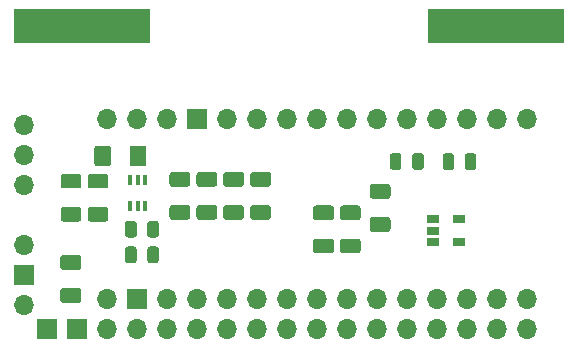
<source format=gbr>
G04 #@! TF.GenerationSoftware,KiCad,Pcbnew,5.1.5+dfsg1-2build2*
G04 #@! TF.CreationDate,2021-06-15T05:03:55+02:00*
G04 #@! TF.ProjectId,circuit9,63697263-7569-4743-992e-6b696361645f,rev?*
G04 #@! TF.SameCoordinates,Original*
G04 #@! TF.FileFunction,Soldermask,Top*
G04 #@! TF.FilePolarity,Negative*
%FSLAX46Y46*%
G04 Gerber Fmt 4.6, Leading zero omitted, Abs format (unit mm)*
G04 Created by KiCad (PCBNEW 5.1.5+dfsg1-2build2) date 2021-06-15 05:03:55*
%MOMM*%
%LPD*%
G04 APERTURE LIST*
%ADD10O,1.700000X1.700000*%
%ADD11R,1.700000X1.700000*%
%ADD12C,0.100000*%
%ADD13R,6.000000X3.000000*%
%ADD14R,0.400000X0.900000*%
%ADD15R,1.060000X0.650000*%
G04 APERTURE END LIST*
D10*
X67056000Y-50457100D03*
X64516000Y-50457100D03*
X61976000Y-50457100D03*
X59436000Y-50457100D03*
X56896000Y-50457100D03*
X54356000Y-50457100D03*
X51816000Y-50457100D03*
X49276000Y-50457100D03*
X46736000Y-50457100D03*
X44196000Y-50457100D03*
X41656000Y-50457100D03*
X39116000Y-50457100D03*
X36576000Y-50457100D03*
D11*
X34036000Y-50457100D03*
D10*
X31496000Y-50457100D03*
X67056000Y-35217100D03*
X64516000Y-35217100D03*
X61976000Y-35217100D03*
X59436000Y-35217100D03*
X56896000Y-35217100D03*
X54356000Y-35217100D03*
X51816000Y-35217100D03*
X49276000Y-35217100D03*
X46736000Y-35217100D03*
X44196000Y-35217100D03*
X41656000Y-35217100D03*
D11*
X39116000Y-35217100D03*
D10*
X36576000Y-35217100D03*
X34036000Y-35217100D03*
X31496000Y-35217100D03*
D12*
G36*
X60683842Y-38137774D02*
G01*
X60707503Y-38141284D01*
X60730707Y-38147096D01*
X60753229Y-38155154D01*
X60774853Y-38165382D01*
X60795370Y-38177679D01*
X60814583Y-38191929D01*
X60832307Y-38207993D01*
X60848371Y-38225717D01*
X60862621Y-38244930D01*
X60874918Y-38265447D01*
X60885146Y-38287071D01*
X60893204Y-38309593D01*
X60899016Y-38332797D01*
X60902526Y-38356458D01*
X60903700Y-38380350D01*
X60903700Y-39292850D01*
X60902526Y-39316742D01*
X60899016Y-39340403D01*
X60893204Y-39363607D01*
X60885146Y-39386129D01*
X60874918Y-39407753D01*
X60862621Y-39428270D01*
X60848371Y-39447483D01*
X60832307Y-39465207D01*
X60814583Y-39481271D01*
X60795370Y-39495521D01*
X60774853Y-39507818D01*
X60753229Y-39518046D01*
X60730707Y-39526104D01*
X60707503Y-39531916D01*
X60683842Y-39535426D01*
X60659950Y-39536600D01*
X60172450Y-39536600D01*
X60148558Y-39535426D01*
X60124897Y-39531916D01*
X60101693Y-39526104D01*
X60079171Y-39518046D01*
X60057547Y-39507818D01*
X60037030Y-39495521D01*
X60017817Y-39481271D01*
X60000093Y-39465207D01*
X59984029Y-39447483D01*
X59969779Y-39428270D01*
X59957482Y-39407753D01*
X59947254Y-39386129D01*
X59939196Y-39363607D01*
X59933384Y-39340403D01*
X59929874Y-39316742D01*
X59928700Y-39292850D01*
X59928700Y-38380350D01*
X59929874Y-38356458D01*
X59933384Y-38332797D01*
X59939196Y-38309593D01*
X59947254Y-38287071D01*
X59957482Y-38265447D01*
X59969779Y-38244930D01*
X59984029Y-38225717D01*
X60000093Y-38207993D01*
X60017817Y-38191929D01*
X60037030Y-38177679D01*
X60057547Y-38165382D01*
X60079171Y-38155154D01*
X60101693Y-38147096D01*
X60124897Y-38141284D01*
X60148558Y-38137774D01*
X60172450Y-38136600D01*
X60659950Y-38136600D01*
X60683842Y-38137774D01*
G37*
G36*
X62558842Y-38137774D02*
G01*
X62582503Y-38141284D01*
X62605707Y-38147096D01*
X62628229Y-38155154D01*
X62649853Y-38165382D01*
X62670370Y-38177679D01*
X62689583Y-38191929D01*
X62707307Y-38207993D01*
X62723371Y-38225717D01*
X62737621Y-38244930D01*
X62749918Y-38265447D01*
X62760146Y-38287071D01*
X62768204Y-38309593D01*
X62774016Y-38332797D01*
X62777526Y-38356458D01*
X62778700Y-38380350D01*
X62778700Y-39292850D01*
X62777526Y-39316742D01*
X62774016Y-39340403D01*
X62768204Y-39363607D01*
X62760146Y-39386129D01*
X62749918Y-39407753D01*
X62737621Y-39428270D01*
X62723371Y-39447483D01*
X62707307Y-39465207D01*
X62689583Y-39481271D01*
X62670370Y-39495521D01*
X62649853Y-39507818D01*
X62628229Y-39518046D01*
X62605707Y-39526104D01*
X62582503Y-39531916D01*
X62558842Y-39535426D01*
X62534950Y-39536600D01*
X62047450Y-39536600D01*
X62023558Y-39535426D01*
X61999897Y-39531916D01*
X61976693Y-39526104D01*
X61954171Y-39518046D01*
X61932547Y-39507818D01*
X61912030Y-39495521D01*
X61892817Y-39481271D01*
X61875093Y-39465207D01*
X61859029Y-39447483D01*
X61844779Y-39428270D01*
X61832482Y-39407753D01*
X61822254Y-39386129D01*
X61814196Y-39363607D01*
X61808384Y-39340403D01*
X61804874Y-39316742D01*
X61803700Y-39292850D01*
X61803700Y-38380350D01*
X61804874Y-38356458D01*
X61808384Y-38332797D01*
X61814196Y-38309593D01*
X61822254Y-38287071D01*
X61832482Y-38265447D01*
X61844779Y-38244930D01*
X61859029Y-38225717D01*
X61875093Y-38207993D01*
X61892817Y-38191929D01*
X61912030Y-38177679D01*
X61932547Y-38165382D01*
X61954171Y-38155154D01*
X61976693Y-38147096D01*
X61999897Y-38141284D01*
X62023558Y-38137774D01*
X62047450Y-38136600D01*
X62534950Y-38136600D01*
X62558842Y-38137774D01*
G37*
D13*
X61624400Y-27355800D03*
X32224400Y-27355800D03*
X67224400Y-27355800D03*
X26624400Y-27355800D03*
D12*
G36*
X33810642Y-46024474D02*
G01*
X33834303Y-46027984D01*
X33857507Y-46033796D01*
X33880029Y-46041854D01*
X33901653Y-46052082D01*
X33922170Y-46064379D01*
X33941383Y-46078629D01*
X33959107Y-46094693D01*
X33975171Y-46112417D01*
X33989421Y-46131630D01*
X34001718Y-46152147D01*
X34011946Y-46173771D01*
X34020004Y-46196293D01*
X34025816Y-46219497D01*
X34029326Y-46243158D01*
X34030500Y-46267050D01*
X34030500Y-47179550D01*
X34029326Y-47203442D01*
X34025816Y-47227103D01*
X34020004Y-47250307D01*
X34011946Y-47272829D01*
X34001718Y-47294453D01*
X33989421Y-47314970D01*
X33975171Y-47334183D01*
X33959107Y-47351907D01*
X33941383Y-47367971D01*
X33922170Y-47382221D01*
X33901653Y-47394518D01*
X33880029Y-47404746D01*
X33857507Y-47412804D01*
X33834303Y-47418616D01*
X33810642Y-47422126D01*
X33786750Y-47423300D01*
X33299250Y-47423300D01*
X33275358Y-47422126D01*
X33251697Y-47418616D01*
X33228493Y-47412804D01*
X33205971Y-47404746D01*
X33184347Y-47394518D01*
X33163830Y-47382221D01*
X33144617Y-47367971D01*
X33126893Y-47351907D01*
X33110829Y-47334183D01*
X33096579Y-47314970D01*
X33084282Y-47294453D01*
X33074054Y-47272829D01*
X33065996Y-47250307D01*
X33060184Y-47227103D01*
X33056674Y-47203442D01*
X33055500Y-47179550D01*
X33055500Y-46267050D01*
X33056674Y-46243158D01*
X33060184Y-46219497D01*
X33065996Y-46196293D01*
X33074054Y-46173771D01*
X33084282Y-46152147D01*
X33096579Y-46131630D01*
X33110829Y-46112417D01*
X33126893Y-46094693D01*
X33144617Y-46078629D01*
X33163830Y-46064379D01*
X33184347Y-46052082D01*
X33205971Y-46041854D01*
X33228493Y-46033796D01*
X33251697Y-46027984D01*
X33275358Y-46024474D01*
X33299250Y-46023300D01*
X33786750Y-46023300D01*
X33810642Y-46024474D01*
G37*
G36*
X35685642Y-46024474D02*
G01*
X35709303Y-46027984D01*
X35732507Y-46033796D01*
X35755029Y-46041854D01*
X35776653Y-46052082D01*
X35797170Y-46064379D01*
X35816383Y-46078629D01*
X35834107Y-46094693D01*
X35850171Y-46112417D01*
X35864421Y-46131630D01*
X35876718Y-46152147D01*
X35886946Y-46173771D01*
X35895004Y-46196293D01*
X35900816Y-46219497D01*
X35904326Y-46243158D01*
X35905500Y-46267050D01*
X35905500Y-47179550D01*
X35904326Y-47203442D01*
X35900816Y-47227103D01*
X35895004Y-47250307D01*
X35886946Y-47272829D01*
X35876718Y-47294453D01*
X35864421Y-47314970D01*
X35850171Y-47334183D01*
X35834107Y-47351907D01*
X35816383Y-47367971D01*
X35797170Y-47382221D01*
X35776653Y-47394518D01*
X35755029Y-47404746D01*
X35732507Y-47412804D01*
X35709303Y-47418616D01*
X35685642Y-47422126D01*
X35661750Y-47423300D01*
X35174250Y-47423300D01*
X35150358Y-47422126D01*
X35126697Y-47418616D01*
X35103493Y-47412804D01*
X35080971Y-47404746D01*
X35059347Y-47394518D01*
X35038830Y-47382221D01*
X35019617Y-47367971D01*
X35001893Y-47351907D01*
X34985829Y-47334183D01*
X34971579Y-47314970D01*
X34959282Y-47294453D01*
X34949054Y-47272829D01*
X34940996Y-47250307D01*
X34935184Y-47227103D01*
X34931674Y-47203442D01*
X34930500Y-47179550D01*
X34930500Y-46267050D01*
X34931674Y-46243158D01*
X34935184Y-46219497D01*
X34940996Y-46196293D01*
X34949054Y-46173771D01*
X34959282Y-46152147D01*
X34971579Y-46131630D01*
X34985829Y-46112417D01*
X35001893Y-46094693D01*
X35019617Y-46078629D01*
X35038830Y-46064379D01*
X35059347Y-46052082D01*
X35080971Y-46041854D01*
X35103493Y-46033796D01*
X35126697Y-46027984D01*
X35150358Y-46024474D01*
X35174250Y-46023300D01*
X35661750Y-46023300D01*
X35685642Y-46024474D01*
G37*
G36*
X33810642Y-43865474D02*
G01*
X33834303Y-43868984D01*
X33857507Y-43874796D01*
X33880029Y-43882854D01*
X33901653Y-43893082D01*
X33922170Y-43905379D01*
X33941383Y-43919629D01*
X33959107Y-43935693D01*
X33975171Y-43953417D01*
X33989421Y-43972630D01*
X34001718Y-43993147D01*
X34011946Y-44014771D01*
X34020004Y-44037293D01*
X34025816Y-44060497D01*
X34029326Y-44084158D01*
X34030500Y-44108050D01*
X34030500Y-45020550D01*
X34029326Y-45044442D01*
X34025816Y-45068103D01*
X34020004Y-45091307D01*
X34011946Y-45113829D01*
X34001718Y-45135453D01*
X33989421Y-45155970D01*
X33975171Y-45175183D01*
X33959107Y-45192907D01*
X33941383Y-45208971D01*
X33922170Y-45223221D01*
X33901653Y-45235518D01*
X33880029Y-45245746D01*
X33857507Y-45253804D01*
X33834303Y-45259616D01*
X33810642Y-45263126D01*
X33786750Y-45264300D01*
X33299250Y-45264300D01*
X33275358Y-45263126D01*
X33251697Y-45259616D01*
X33228493Y-45253804D01*
X33205971Y-45245746D01*
X33184347Y-45235518D01*
X33163830Y-45223221D01*
X33144617Y-45208971D01*
X33126893Y-45192907D01*
X33110829Y-45175183D01*
X33096579Y-45155970D01*
X33084282Y-45135453D01*
X33074054Y-45113829D01*
X33065996Y-45091307D01*
X33060184Y-45068103D01*
X33056674Y-45044442D01*
X33055500Y-45020550D01*
X33055500Y-44108050D01*
X33056674Y-44084158D01*
X33060184Y-44060497D01*
X33065996Y-44037293D01*
X33074054Y-44014771D01*
X33084282Y-43993147D01*
X33096579Y-43972630D01*
X33110829Y-43953417D01*
X33126893Y-43935693D01*
X33144617Y-43919629D01*
X33163830Y-43905379D01*
X33184347Y-43893082D01*
X33205971Y-43882854D01*
X33228493Y-43874796D01*
X33251697Y-43868984D01*
X33275358Y-43865474D01*
X33299250Y-43864300D01*
X33786750Y-43864300D01*
X33810642Y-43865474D01*
G37*
G36*
X35685642Y-43865474D02*
G01*
X35709303Y-43868984D01*
X35732507Y-43874796D01*
X35755029Y-43882854D01*
X35776653Y-43893082D01*
X35797170Y-43905379D01*
X35816383Y-43919629D01*
X35834107Y-43935693D01*
X35850171Y-43953417D01*
X35864421Y-43972630D01*
X35876718Y-43993147D01*
X35886946Y-44014771D01*
X35895004Y-44037293D01*
X35900816Y-44060497D01*
X35904326Y-44084158D01*
X35905500Y-44108050D01*
X35905500Y-45020550D01*
X35904326Y-45044442D01*
X35900816Y-45068103D01*
X35895004Y-45091307D01*
X35886946Y-45113829D01*
X35876718Y-45135453D01*
X35864421Y-45155970D01*
X35850171Y-45175183D01*
X35834107Y-45192907D01*
X35816383Y-45208971D01*
X35797170Y-45223221D01*
X35776653Y-45235518D01*
X35755029Y-45245746D01*
X35732507Y-45253804D01*
X35709303Y-45259616D01*
X35685642Y-45263126D01*
X35661750Y-45264300D01*
X35174250Y-45264300D01*
X35150358Y-45263126D01*
X35126697Y-45259616D01*
X35103493Y-45253804D01*
X35080971Y-45245746D01*
X35059347Y-45235518D01*
X35038830Y-45223221D01*
X35019617Y-45208971D01*
X35001893Y-45192907D01*
X34985829Y-45175183D01*
X34971579Y-45155970D01*
X34959282Y-45135453D01*
X34949054Y-45113829D01*
X34940996Y-45091307D01*
X34935184Y-45068103D01*
X34931674Y-45044442D01*
X34930500Y-45020550D01*
X34930500Y-44108050D01*
X34931674Y-44084158D01*
X34935184Y-44060497D01*
X34940996Y-44037293D01*
X34949054Y-44014771D01*
X34959282Y-43993147D01*
X34971579Y-43972630D01*
X34985829Y-43953417D01*
X35001893Y-43935693D01*
X35019617Y-43919629D01*
X35038830Y-43905379D01*
X35059347Y-43893082D01*
X35080971Y-43882854D01*
X35103493Y-43874796D01*
X35126697Y-43868984D01*
X35150358Y-43865474D01*
X35174250Y-43864300D01*
X35661750Y-43864300D01*
X35685642Y-43865474D01*
G37*
G36*
X58101142Y-38125074D02*
G01*
X58124803Y-38128584D01*
X58148007Y-38134396D01*
X58170529Y-38142454D01*
X58192153Y-38152682D01*
X58212670Y-38164979D01*
X58231883Y-38179229D01*
X58249607Y-38195293D01*
X58265671Y-38213017D01*
X58279921Y-38232230D01*
X58292218Y-38252747D01*
X58302446Y-38274371D01*
X58310504Y-38296893D01*
X58316316Y-38320097D01*
X58319826Y-38343758D01*
X58321000Y-38367650D01*
X58321000Y-39280150D01*
X58319826Y-39304042D01*
X58316316Y-39327703D01*
X58310504Y-39350907D01*
X58302446Y-39373429D01*
X58292218Y-39395053D01*
X58279921Y-39415570D01*
X58265671Y-39434783D01*
X58249607Y-39452507D01*
X58231883Y-39468571D01*
X58212670Y-39482821D01*
X58192153Y-39495118D01*
X58170529Y-39505346D01*
X58148007Y-39513404D01*
X58124803Y-39519216D01*
X58101142Y-39522726D01*
X58077250Y-39523900D01*
X57589750Y-39523900D01*
X57565858Y-39522726D01*
X57542197Y-39519216D01*
X57518993Y-39513404D01*
X57496471Y-39505346D01*
X57474847Y-39495118D01*
X57454330Y-39482821D01*
X57435117Y-39468571D01*
X57417393Y-39452507D01*
X57401329Y-39434783D01*
X57387079Y-39415570D01*
X57374782Y-39395053D01*
X57364554Y-39373429D01*
X57356496Y-39350907D01*
X57350684Y-39327703D01*
X57347174Y-39304042D01*
X57346000Y-39280150D01*
X57346000Y-38367650D01*
X57347174Y-38343758D01*
X57350684Y-38320097D01*
X57356496Y-38296893D01*
X57364554Y-38274371D01*
X57374782Y-38252747D01*
X57387079Y-38232230D01*
X57401329Y-38213017D01*
X57417393Y-38195293D01*
X57435117Y-38179229D01*
X57454330Y-38164979D01*
X57474847Y-38152682D01*
X57496471Y-38142454D01*
X57518993Y-38134396D01*
X57542197Y-38128584D01*
X57565858Y-38125074D01*
X57589750Y-38123900D01*
X58077250Y-38123900D01*
X58101142Y-38125074D01*
G37*
G36*
X56226142Y-38125074D02*
G01*
X56249803Y-38128584D01*
X56273007Y-38134396D01*
X56295529Y-38142454D01*
X56317153Y-38152682D01*
X56337670Y-38164979D01*
X56356883Y-38179229D01*
X56374607Y-38195293D01*
X56390671Y-38213017D01*
X56404921Y-38232230D01*
X56417218Y-38252747D01*
X56427446Y-38274371D01*
X56435504Y-38296893D01*
X56441316Y-38320097D01*
X56444826Y-38343758D01*
X56446000Y-38367650D01*
X56446000Y-39280150D01*
X56444826Y-39304042D01*
X56441316Y-39327703D01*
X56435504Y-39350907D01*
X56427446Y-39373429D01*
X56417218Y-39395053D01*
X56404921Y-39415570D01*
X56390671Y-39434783D01*
X56374607Y-39452507D01*
X56356883Y-39468571D01*
X56337670Y-39482821D01*
X56317153Y-39495118D01*
X56295529Y-39505346D01*
X56273007Y-39513404D01*
X56249803Y-39519216D01*
X56226142Y-39522726D01*
X56202250Y-39523900D01*
X55714750Y-39523900D01*
X55690858Y-39522726D01*
X55667197Y-39519216D01*
X55643993Y-39513404D01*
X55621471Y-39505346D01*
X55599847Y-39495118D01*
X55579330Y-39482821D01*
X55560117Y-39468571D01*
X55542393Y-39452507D01*
X55526329Y-39434783D01*
X55512079Y-39415570D01*
X55499782Y-39395053D01*
X55489554Y-39373429D01*
X55481496Y-39350907D01*
X55475684Y-39327703D01*
X55472174Y-39304042D01*
X55471000Y-39280150D01*
X55471000Y-38367650D01*
X55472174Y-38343758D01*
X55475684Y-38320097D01*
X55481496Y-38296893D01*
X55489554Y-38274371D01*
X55499782Y-38252747D01*
X55512079Y-38232230D01*
X55526329Y-38213017D01*
X55542393Y-38195293D01*
X55560117Y-38179229D01*
X55579330Y-38164979D01*
X55599847Y-38152682D01*
X55621471Y-38142454D01*
X55643993Y-38134396D01*
X55667197Y-38128584D01*
X55690858Y-38125074D01*
X55714750Y-38123900D01*
X56202250Y-38123900D01*
X56226142Y-38125074D01*
G37*
D10*
X24521160Y-40815260D03*
X24521160Y-38275260D03*
X24521160Y-35735260D03*
D14*
X33474900Y-42603600D03*
X34774900Y-42603600D03*
X34124900Y-40403600D03*
X34124900Y-42603600D03*
X34774900Y-40403600D03*
X33474900Y-40403600D03*
D15*
X59098000Y-43728600D03*
X59098000Y-44678600D03*
X59098000Y-45628600D03*
X61298000Y-45628600D03*
X61298000Y-43728600D03*
D12*
G36*
X29122904Y-39860804D02*
G01*
X29147173Y-39864404D01*
X29170971Y-39870365D01*
X29194071Y-39878630D01*
X29216249Y-39889120D01*
X29237293Y-39901733D01*
X29256998Y-39916347D01*
X29275177Y-39932823D01*
X29291653Y-39951002D01*
X29306267Y-39970707D01*
X29318880Y-39991751D01*
X29329370Y-40013929D01*
X29337635Y-40037029D01*
X29343596Y-40060827D01*
X29347196Y-40085096D01*
X29348400Y-40109600D01*
X29348400Y-40859600D01*
X29347196Y-40884104D01*
X29343596Y-40908373D01*
X29337635Y-40932171D01*
X29329370Y-40955271D01*
X29318880Y-40977449D01*
X29306267Y-40998493D01*
X29291653Y-41018198D01*
X29275177Y-41036377D01*
X29256998Y-41052853D01*
X29237293Y-41067467D01*
X29216249Y-41080080D01*
X29194071Y-41090570D01*
X29170971Y-41098835D01*
X29147173Y-41104796D01*
X29122904Y-41108396D01*
X29098400Y-41109600D01*
X27848400Y-41109600D01*
X27823896Y-41108396D01*
X27799627Y-41104796D01*
X27775829Y-41098835D01*
X27752729Y-41090570D01*
X27730551Y-41080080D01*
X27709507Y-41067467D01*
X27689802Y-41052853D01*
X27671623Y-41036377D01*
X27655147Y-41018198D01*
X27640533Y-40998493D01*
X27627920Y-40977449D01*
X27617430Y-40955271D01*
X27609165Y-40932171D01*
X27603204Y-40908373D01*
X27599604Y-40884104D01*
X27598400Y-40859600D01*
X27598400Y-40109600D01*
X27599604Y-40085096D01*
X27603204Y-40060827D01*
X27609165Y-40037029D01*
X27617430Y-40013929D01*
X27627920Y-39991751D01*
X27640533Y-39970707D01*
X27655147Y-39951002D01*
X27671623Y-39932823D01*
X27689802Y-39916347D01*
X27709507Y-39901733D01*
X27730551Y-39889120D01*
X27752729Y-39878630D01*
X27775829Y-39870365D01*
X27799627Y-39864404D01*
X27823896Y-39860804D01*
X27848400Y-39859600D01*
X29098400Y-39859600D01*
X29122904Y-39860804D01*
G37*
G36*
X29122904Y-42660804D02*
G01*
X29147173Y-42664404D01*
X29170971Y-42670365D01*
X29194071Y-42678630D01*
X29216249Y-42689120D01*
X29237293Y-42701733D01*
X29256998Y-42716347D01*
X29275177Y-42732823D01*
X29291653Y-42751002D01*
X29306267Y-42770707D01*
X29318880Y-42791751D01*
X29329370Y-42813929D01*
X29337635Y-42837029D01*
X29343596Y-42860827D01*
X29347196Y-42885096D01*
X29348400Y-42909600D01*
X29348400Y-43659600D01*
X29347196Y-43684104D01*
X29343596Y-43708373D01*
X29337635Y-43732171D01*
X29329370Y-43755271D01*
X29318880Y-43777449D01*
X29306267Y-43798493D01*
X29291653Y-43818198D01*
X29275177Y-43836377D01*
X29256998Y-43852853D01*
X29237293Y-43867467D01*
X29216249Y-43880080D01*
X29194071Y-43890570D01*
X29170971Y-43898835D01*
X29147173Y-43904796D01*
X29122904Y-43908396D01*
X29098400Y-43909600D01*
X27848400Y-43909600D01*
X27823896Y-43908396D01*
X27799627Y-43904796D01*
X27775829Y-43898835D01*
X27752729Y-43890570D01*
X27730551Y-43880080D01*
X27709507Y-43867467D01*
X27689802Y-43852853D01*
X27671623Y-43836377D01*
X27655147Y-43818198D01*
X27640533Y-43798493D01*
X27627920Y-43777449D01*
X27617430Y-43755271D01*
X27609165Y-43732171D01*
X27603204Y-43708373D01*
X27599604Y-43684104D01*
X27598400Y-43659600D01*
X27598400Y-42909600D01*
X27599604Y-42885096D01*
X27603204Y-42860827D01*
X27609165Y-42837029D01*
X27617430Y-42813929D01*
X27627920Y-42791751D01*
X27640533Y-42770707D01*
X27655147Y-42751002D01*
X27671623Y-42732823D01*
X27689802Y-42716347D01*
X27709507Y-42701733D01*
X27730551Y-42689120D01*
X27752729Y-42678630D01*
X27775829Y-42670365D01*
X27799627Y-42664404D01*
X27823896Y-42660804D01*
X27848400Y-42659600D01*
X29098400Y-42659600D01*
X29122904Y-42660804D01*
G37*
G36*
X31408904Y-42660804D02*
G01*
X31433173Y-42664404D01*
X31456971Y-42670365D01*
X31480071Y-42678630D01*
X31502249Y-42689120D01*
X31523293Y-42701733D01*
X31542998Y-42716347D01*
X31561177Y-42732823D01*
X31577653Y-42751002D01*
X31592267Y-42770707D01*
X31604880Y-42791751D01*
X31615370Y-42813929D01*
X31623635Y-42837029D01*
X31629596Y-42860827D01*
X31633196Y-42885096D01*
X31634400Y-42909600D01*
X31634400Y-43659600D01*
X31633196Y-43684104D01*
X31629596Y-43708373D01*
X31623635Y-43732171D01*
X31615370Y-43755271D01*
X31604880Y-43777449D01*
X31592267Y-43798493D01*
X31577653Y-43818198D01*
X31561177Y-43836377D01*
X31542998Y-43852853D01*
X31523293Y-43867467D01*
X31502249Y-43880080D01*
X31480071Y-43890570D01*
X31456971Y-43898835D01*
X31433173Y-43904796D01*
X31408904Y-43908396D01*
X31384400Y-43909600D01*
X30134400Y-43909600D01*
X30109896Y-43908396D01*
X30085627Y-43904796D01*
X30061829Y-43898835D01*
X30038729Y-43890570D01*
X30016551Y-43880080D01*
X29995507Y-43867467D01*
X29975802Y-43852853D01*
X29957623Y-43836377D01*
X29941147Y-43818198D01*
X29926533Y-43798493D01*
X29913920Y-43777449D01*
X29903430Y-43755271D01*
X29895165Y-43732171D01*
X29889204Y-43708373D01*
X29885604Y-43684104D01*
X29884400Y-43659600D01*
X29884400Y-42909600D01*
X29885604Y-42885096D01*
X29889204Y-42860827D01*
X29895165Y-42837029D01*
X29903430Y-42813929D01*
X29913920Y-42791751D01*
X29926533Y-42770707D01*
X29941147Y-42751002D01*
X29957623Y-42732823D01*
X29975802Y-42716347D01*
X29995507Y-42701733D01*
X30016551Y-42689120D01*
X30038729Y-42678630D01*
X30061829Y-42670365D01*
X30085627Y-42664404D01*
X30109896Y-42660804D01*
X30134400Y-42659600D01*
X31384400Y-42659600D01*
X31408904Y-42660804D01*
G37*
G36*
X31408904Y-39860804D02*
G01*
X31433173Y-39864404D01*
X31456971Y-39870365D01*
X31480071Y-39878630D01*
X31502249Y-39889120D01*
X31523293Y-39901733D01*
X31542998Y-39916347D01*
X31561177Y-39932823D01*
X31577653Y-39951002D01*
X31592267Y-39970707D01*
X31604880Y-39991751D01*
X31615370Y-40013929D01*
X31623635Y-40037029D01*
X31629596Y-40060827D01*
X31633196Y-40085096D01*
X31634400Y-40109600D01*
X31634400Y-40859600D01*
X31633196Y-40884104D01*
X31629596Y-40908373D01*
X31623635Y-40932171D01*
X31615370Y-40955271D01*
X31604880Y-40977449D01*
X31592267Y-40998493D01*
X31577653Y-41018198D01*
X31561177Y-41036377D01*
X31542998Y-41052853D01*
X31523293Y-41067467D01*
X31502249Y-41080080D01*
X31480071Y-41090570D01*
X31456971Y-41098835D01*
X31433173Y-41104796D01*
X31408904Y-41108396D01*
X31384400Y-41109600D01*
X30134400Y-41109600D01*
X30109896Y-41108396D01*
X30085627Y-41104796D01*
X30061829Y-41098835D01*
X30038729Y-41090570D01*
X30016551Y-41080080D01*
X29995507Y-41067467D01*
X29975802Y-41052853D01*
X29957623Y-41036377D01*
X29941147Y-41018198D01*
X29926533Y-40998493D01*
X29913920Y-40977449D01*
X29903430Y-40955271D01*
X29895165Y-40932171D01*
X29889204Y-40908373D01*
X29885604Y-40884104D01*
X29884400Y-40859600D01*
X29884400Y-40109600D01*
X29885604Y-40085096D01*
X29889204Y-40060827D01*
X29895165Y-40037029D01*
X29903430Y-40013929D01*
X29913920Y-39991751D01*
X29926533Y-39970707D01*
X29941147Y-39951002D01*
X29957623Y-39932823D01*
X29975802Y-39916347D01*
X29995507Y-39901733D01*
X30016551Y-39889120D01*
X30038729Y-39878630D01*
X30061829Y-39870365D01*
X30085627Y-39864404D01*
X30109896Y-39860804D01*
X30134400Y-39859600D01*
X31384400Y-39859600D01*
X31408904Y-39860804D01*
G37*
G36*
X38330404Y-39708404D02*
G01*
X38354673Y-39712004D01*
X38378471Y-39717965D01*
X38401571Y-39726230D01*
X38423749Y-39736720D01*
X38444793Y-39749333D01*
X38464498Y-39763947D01*
X38482677Y-39780423D01*
X38499153Y-39798602D01*
X38513767Y-39818307D01*
X38526380Y-39839351D01*
X38536870Y-39861529D01*
X38545135Y-39884629D01*
X38551096Y-39908427D01*
X38554696Y-39932696D01*
X38555900Y-39957200D01*
X38555900Y-40707200D01*
X38554696Y-40731704D01*
X38551096Y-40755973D01*
X38545135Y-40779771D01*
X38536870Y-40802871D01*
X38526380Y-40825049D01*
X38513767Y-40846093D01*
X38499153Y-40865798D01*
X38482677Y-40883977D01*
X38464498Y-40900453D01*
X38444793Y-40915067D01*
X38423749Y-40927680D01*
X38401571Y-40938170D01*
X38378471Y-40946435D01*
X38354673Y-40952396D01*
X38330404Y-40955996D01*
X38305900Y-40957200D01*
X37055900Y-40957200D01*
X37031396Y-40955996D01*
X37007127Y-40952396D01*
X36983329Y-40946435D01*
X36960229Y-40938170D01*
X36938051Y-40927680D01*
X36917007Y-40915067D01*
X36897302Y-40900453D01*
X36879123Y-40883977D01*
X36862647Y-40865798D01*
X36848033Y-40846093D01*
X36835420Y-40825049D01*
X36824930Y-40802871D01*
X36816665Y-40779771D01*
X36810704Y-40755973D01*
X36807104Y-40731704D01*
X36805900Y-40707200D01*
X36805900Y-39957200D01*
X36807104Y-39932696D01*
X36810704Y-39908427D01*
X36816665Y-39884629D01*
X36824930Y-39861529D01*
X36835420Y-39839351D01*
X36848033Y-39818307D01*
X36862647Y-39798602D01*
X36879123Y-39780423D01*
X36897302Y-39763947D01*
X36917007Y-39749333D01*
X36938051Y-39736720D01*
X36960229Y-39726230D01*
X36983329Y-39717965D01*
X37007127Y-39712004D01*
X37031396Y-39708404D01*
X37055900Y-39707200D01*
X38305900Y-39707200D01*
X38330404Y-39708404D01*
G37*
G36*
X38330404Y-42508404D02*
G01*
X38354673Y-42512004D01*
X38378471Y-42517965D01*
X38401571Y-42526230D01*
X38423749Y-42536720D01*
X38444793Y-42549333D01*
X38464498Y-42563947D01*
X38482677Y-42580423D01*
X38499153Y-42598602D01*
X38513767Y-42618307D01*
X38526380Y-42639351D01*
X38536870Y-42661529D01*
X38545135Y-42684629D01*
X38551096Y-42708427D01*
X38554696Y-42732696D01*
X38555900Y-42757200D01*
X38555900Y-43507200D01*
X38554696Y-43531704D01*
X38551096Y-43555973D01*
X38545135Y-43579771D01*
X38536870Y-43602871D01*
X38526380Y-43625049D01*
X38513767Y-43646093D01*
X38499153Y-43665798D01*
X38482677Y-43683977D01*
X38464498Y-43700453D01*
X38444793Y-43715067D01*
X38423749Y-43727680D01*
X38401571Y-43738170D01*
X38378471Y-43746435D01*
X38354673Y-43752396D01*
X38330404Y-43755996D01*
X38305900Y-43757200D01*
X37055900Y-43757200D01*
X37031396Y-43755996D01*
X37007127Y-43752396D01*
X36983329Y-43746435D01*
X36960229Y-43738170D01*
X36938051Y-43727680D01*
X36917007Y-43715067D01*
X36897302Y-43700453D01*
X36879123Y-43683977D01*
X36862647Y-43665798D01*
X36848033Y-43646093D01*
X36835420Y-43625049D01*
X36824930Y-43602871D01*
X36816665Y-43579771D01*
X36810704Y-43555973D01*
X36807104Y-43531704D01*
X36805900Y-43507200D01*
X36805900Y-42757200D01*
X36807104Y-42732696D01*
X36810704Y-42708427D01*
X36816665Y-42684629D01*
X36824930Y-42661529D01*
X36835420Y-42639351D01*
X36848033Y-42618307D01*
X36862647Y-42598602D01*
X36879123Y-42580423D01*
X36897302Y-42563947D01*
X36917007Y-42549333D01*
X36938051Y-42536720D01*
X36960229Y-42526230D01*
X36983329Y-42517965D01*
X37007127Y-42512004D01*
X37031396Y-42508404D01*
X37055900Y-42507200D01*
X38305900Y-42507200D01*
X38330404Y-42508404D01*
G37*
G36*
X40616404Y-42508404D02*
G01*
X40640673Y-42512004D01*
X40664471Y-42517965D01*
X40687571Y-42526230D01*
X40709749Y-42536720D01*
X40730793Y-42549333D01*
X40750498Y-42563947D01*
X40768677Y-42580423D01*
X40785153Y-42598602D01*
X40799767Y-42618307D01*
X40812380Y-42639351D01*
X40822870Y-42661529D01*
X40831135Y-42684629D01*
X40837096Y-42708427D01*
X40840696Y-42732696D01*
X40841900Y-42757200D01*
X40841900Y-43507200D01*
X40840696Y-43531704D01*
X40837096Y-43555973D01*
X40831135Y-43579771D01*
X40822870Y-43602871D01*
X40812380Y-43625049D01*
X40799767Y-43646093D01*
X40785153Y-43665798D01*
X40768677Y-43683977D01*
X40750498Y-43700453D01*
X40730793Y-43715067D01*
X40709749Y-43727680D01*
X40687571Y-43738170D01*
X40664471Y-43746435D01*
X40640673Y-43752396D01*
X40616404Y-43755996D01*
X40591900Y-43757200D01*
X39341900Y-43757200D01*
X39317396Y-43755996D01*
X39293127Y-43752396D01*
X39269329Y-43746435D01*
X39246229Y-43738170D01*
X39224051Y-43727680D01*
X39203007Y-43715067D01*
X39183302Y-43700453D01*
X39165123Y-43683977D01*
X39148647Y-43665798D01*
X39134033Y-43646093D01*
X39121420Y-43625049D01*
X39110930Y-43602871D01*
X39102665Y-43579771D01*
X39096704Y-43555973D01*
X39093104Y-43531704D01*
X39091900Y-43507200D01*
X39091900Y-42757200D01*
X39093104Y-42732696D01*
X39096704Y-42708427D01*
X39102665Y-42684629D01*
X39110930Y-42661529D01*
X39121420Y-42639351D01*
X39134033Y-42618307D01*
X39148647Y-42598602D01*
X39165123Y-42580423D01*
X39183302Y-42563947D01*
X39203007Y-42549333D01*
X39224051Y-42536720D01*
X39246229Y-42526230D01*
X39269329Y-42517965D01*
X39293127Y-42512004D01*
X39317396Y-42508404D01*
X39341900Y-42507200D01*
X40591900Y-42507200D01*
X40616404Y-42508404D01*
G37*
G36*
X40616404Y-39708404D02*
G01*
X40640673Y-39712004D01*
X40664471Y-39717965D01*
X40687571Y-39726230D01*
X40709749Y-39736720D01*
X40730793Y-39749333D01*
X40750498Y-39763947D01*
X40768677Y-39780423D01*
X40785153Y-39798602D01*
X40799767Y-39818307D01*
X40812380Y-39839351D01*
X40822870Y-39861529D01*
X40831135Y-39884629D01*
X40837096Y-39908427D01*
X40840696Y-39932696D01*
X40841900Y-39957200D01*
X40841900Y-40707200D01*
X40840696Y-40731704D01*
X40837096Y-40755973D01*
X40831135Y-40779771D01*
X40822870Y-40802871D01*
X40812380Y-40825049D01*
X40799767Y-40846093D01*
X40785153Y-40865798D01*
X40768677Y-40883977D01*
X40750498Y-40900453D01*
X40730793Y-40915067D01*
X40709749Y-40927680D01*
X40687571Y-40938170D01*
X40664471Y-40946435D01*
X40640673Y-40952396D01*
X40616404Y-40955996D01*
X40591900Y-40957200D01*
X39341900Y-40957200D01*
X39317396Y-40955996D01*
X39293127Y-40952396D01*
X39269329Y-40946435D01*
X39246229Y-40938170D01*
X39224051Y-40927680D01*
X39203007Y-40915067D01*
X39183302Y-40900453D01*
X39165123Y-40883977D01*
X39148647Y-40865798D01*
X39134033Y-40846093D01*
X39121420Y-40825049D01*
X39110930Y-40802871D01*
X39102665Y-40779771D01*
X39096704Y-40755973D01*
X39093104Y-40731704D01*
X39091900Y-40707200D01*
X39091900Y-39957200D01*
X39093104Y-39932696D01*
X39096704Y-39908427D01*
X39102665Y-39884629D01*
X39110930Y-39861529D01*
X39121420Y-39839351D01*
X39134033Y-39818307D01*
X39148647Y-39798602D01*
X39165123Y-39780423D01*
X39183302Y-39763947D01*
X39203007Y-39749333D01*
X39224051Y-39736720D01*
X39246229Y-39726230D01*
X39269329Y-39717965D01*
X39293127Y-39712004D01*
X39317396Y-39708404D01*
X39341900Y-39707200D01*
X40591900Y-39707200D01*
X40616404Y-39708404D01*
G37*
G36*
X29097504Y-49544204D02*
G01*
X29121773Y-49547804D01*
X29145571Y-49553765D01*
X29168671Y-49562030D01*
X29190849Y-49572520D01*
X29211893Y-49585133D01*
X29231598Y-49599747D01*
X29249777Y-49616223D01*
X29266253Y-49634402D01*
X29280867Y-49654107D01*
X29293480Y-49675151D01*
X29303970Y-49697329D01*
X29312235Y-49720429D01*
X29318196Y-49744227D01*
X29321796Y-49768496D01*
X29323000Y-49793000D01*
X29323000Y-50543000D01*
X29321796Y-50567504D01*
X29318196Y-50591773D01*
X29312235Y-50615571D01*
X29303970Y-50638671D01*
X29293480Y-50660849D01*
X29280867Y-50681893D01*
X29266253Y-50701598D01*
X29249777Y-50719777D01*
X29231598Y-50736253D01*
X29211893Y-50750867D01*
X29190849Y-50763480D01*
X29168671Y-50773970D01*
X29145571Y-50782235D01*
X29121773Y-50788196D01*
X29097504Y-50791796D01*
X29073000Y-50793000D01*
X27823000Y-50793000D01*
X27798496Y-50791796D01*
X27774227Y-50788196D01*
X27750429Y-50782235D01*
X27727329Y-50773970D01*
X27705151Y-50763480D01*
X27684107Y-50750867D01*
X27664402Y-50736253D01*
X27646223Y-50719777D01*
X27629747Y-50701598D01*
X27615133Y-50681893D01*
X27602520Y-50660849D01*
X27592030Y-50638671D01*
X27583765Y-50615571D01*
X27577804Y-50591773D01*
X27574204Y-50567504D01*
X27573000Y-50543000D01*
X27573000Y-49793000D01*
X27574204Y-49768496D01*
X27577804Y-49744227D01*
X27583765Y-49720429D01*
X27592030Y-49697329D01*
X27602520Y-49675151D01*
X27615133Y-49654107D01*
X27629747Y-49634402D01*
X27646223Y-49616223D01*
X27664402Y-49599747D01*
X27684107Y-49585133D01*
X27705151Y-49572520D01*
X27727329Y-49562030D01*
X27750429Y-49553765D01*
X27774227Y-49547804D01*
X27798496Y-49544204D01*
X27823000Y-49543000D01*
X29073000Y-49543000D01*
X29097504Y-49544204D01*
G37*
G36*
X29097504Y-46744204D02*
G01*
X29121773Y-46747804D01*
X29145571Y-46753765D01*
X29168671Y-46762030D01*
X29190849Y-46772520D01*
X29211893Y-46785133D01*
X29231598Y-46799747D01*
X29249777Y-46816223D01*
X29266253Y-46834402D01*
X29280867Y-46854107D01*
X29293480Y-46875151D01*
X29303970Y-46897329D01*
X29312235Y-46920429D01*
X29318196Y-46944227D01*
X29321796Y-46968496D01*
X29323000Y-46993000D01*
X29323000Y-47743000D01*
X29321796Y-47767504D01*
X29318196Y-47791773D01*
X29312235Y-47815571D01*
X29303970Y-47838671D01*
X29293480Y-47860849D01*
X29280867Y-47881893D01*
X29266253Y-47901598D01*
X29249777Y-47919777D01*
X29231598Y-47936253D01*
X29211893Y-47950867D01*
X29190849Y-47963480D01*
X29168671Y-47973970D01*
X29145571Y-47982235D01*
X29121773Y-47988196D01*
X29097504Y-47991796D01*
X29073000Y-47993000D01*
X27823000Y-47993000D01*
X27798496Y-47991796D01*
X27774227Y-47988196D01*
X27750429Y-47982235D01*
X27727329Y-47973970D01*
X27705151Y-47963480D01*
X27684107Y-47950867D01*
X27664402Y-47936253D01*
X27646223Y-47919777D01*
X27629747Y-47901598D01*
X27615133Y-47881893D01*
X27602520Y-47860849D01*
X27592030Y-47838671D01*
X27583765Y-47815571D01*
X27577804Y-47791773D01*
X27574204Y-47767504D01*
X27573000Y-47743000D01*
X27573000Y-46993000D01*
X27574204Y-46968496D01*
X27577804Y-46944227D01*
X27583765Y-46920429D01*
X27592030Y-46897329D01*
X27602520Y-46875151D01*
X27615133Y-46854107D01*
X27629747Y-46834402D01*
X27646223Y-46816223D01*
X27664402Y-46799747D01*
X27684107Y-46785133D01*
X27705151Y-46772520D01*
X27727329Y-46762030D01*
X27750429Y-46753765D01*
X27774227Y-46747804D01*
X27798496Y-46744204D01*
X27823000Y-46743000D01*
X29073000Y-46743000D01*
X29097504Y-46744204D01*
G37*
G36*
X55297604Y-43527404D02*
G01*
X55321873Y-43531004D01*
X55345671Y-43536965D01*
X55368771Y-43545230D01*
X55390949Y-43555720D01*
X55411993Y-43568333D01*
X55431698Y-43582947D01*
X55449877Y-43599423D01*
X55466353Y-43617602D01*
X55480967Y-43637307D01*
X55493580Y-43658351D01*
X55504070Y-43680529D01*
X55512335Y-43703629D01*
X55518296Y-43727427D01*
X55521896Y-43751696D01*
X55523100Y-43776200D01*
X55523100Y-44526200D01*
X55521896Y-44550704D01*
X55518296Y-44574973D01*
X55512335Y-44598771D01*
X55504070Y-44621871D01*
X55493580Y-44644049D01*
X55480967Y-44665093D01*
X55466353Y-44684798D01*
X55449877Y-44702977D01*
X55431698Y-44719453D01*
X55411993Y-44734067D01*
X55390949Y-44746680D01*
X55368771Y-44757170D01*
X55345671Y-44765435D01*
X55321873Y-44771396D01*
X55297604Y-44774996D01*
X55273100Y-44776200D01*
X54023100Y-44776200D01*
X53998596Y-44774996D01*
X53974327Y-44771396D01*
X53950529Y-44765435D01*
X53927429Y-44757170D01*
X53905251Y-44746680D01*
X53884207Y-44734067D01*
X53864502Y-44719453D01*
X53846323Y-44702977D01*
X53829847Y-44684798D01*
X53815233Y-44665093D01*
X53802620Y-44644049D01*
X53792130Y-44621871D01*
X53783865Y-44598771D01*
X53777904Y-44574973D01*
X53774304Y-44550704D01*
X53773100Y-44526200D01*
X53773100Y-43776200D01*
X53774304Y-43751696D01*
X53777904Y-43727427D01*
X53783865Y-43703629D01*
X53792130Y-43680529D01*
X53802620Y-43658351D01*
X53815233Y-43637307D01*
X53829847Y-43617602D01*
X53846323Y-43599423D01*
X53864502Y-43582947D01*
X53884207Y-43568333D01*
X53905251Y-43555720D01*
X53927429Y-43545230D01*
X53950529Y-43536965D01*
X53974327Y-43531004D01*
X53998596Y-43527404D01*
X54023100Y-43526200D01*
X55273100Y-43526200D01*
X55297604Y-43527404D01*
G37*
G36*
X55297604Y-40727404D02*
G01*
X55321873Y-40731004D01*
X55345671Y-40736965D01*
X55368771Y-40745230D01*
X55390949Y-40755720D01*
X55411993Y-40768333D01*
X55431698Y-40782947D01*
X55449877Y-40799423D01*
X55466353Y-40817602D01*
X55480967Y-40837307D01*
X55493580Y-40858351D01*
X55504070Y-40880529D01*
X55512335Y-40903629D01*
X55518296Y-40927427D01*
X55521896Y-40951696D01*
X55523100Y-40976200D01*
X55523100Y-41726200D01*
X55521896Y-41750704D01*
X55518296Y-41774973D01*
X55512335Y-41798771D01*
X55504070Y-41821871D01*
X55493580Y-41844049D01*
X55480967Y-41865093D01*
X55466353Y-41884798D01*
X55449877Y-41902977D01*
X55431698Y-41919453D01*
X55411993Y-41934067D01*
X55390949Y-41946680D01*
X55368771Y-41957170D01*
X55345671Y-41965435D01*
X55321873Y-41971396D01*
X55297604Y-41974996D01*
X55273100Y-41976200D01*
X54023100Y-41976200D01*
X53998596Y-41974996D01*
X53974327Y-41971396D01*
X53950529Y-41965435D01*
X53927429Y-41957170D01*
X53905251Y-41946680D01*
X53884207Y-41934067D01*
X53864502Y-41919453D01*
X53846323Y-41902977D01*
X53829847Y-41884798D01*
X53815233Y-41865093D01*
X53802620Y-41844049D01*
X53792130Y-41821871D01*
X53783865Y-41798771D01*
X53777904Y-41774973D01*
X53774304Y-41750704D01*
X53773100Y-41726200D01*
X53773100Y-40976200D01*
X53774304Y-40951696D01*
X53777904Y-40927427D01*
X53783865Y-40903629D01*
X53792130Y-40880529D01*
X53802620Y-40858351D01*
X53815233Y-40837307D01*
X53829847Y-40817602D01*
X53846323Y-40799423D01*
X53864502Y-40782947D01*
X53884207Y-40768333D01*
X53905251Y-40755720D01*
X53927429Y-40745230D01*
X53950529Y-40736965D01*
X53974327Y-40731004D01*
X53998596Y-40727404D01*
X54023100Y-40726200D01*
X55273100Y-40726200D01*
X55297604Y-40727404D01*
G37*
G36*
X50497004Y-42553204D02*
G01*
X50521273Y-42556804D01*
X50545071Y-42562765D01*
X50568171Y-42571030D01*
X50590349Y-42581520D01*
X50611393Y-42594133D01*
X50631098Y-42608747D01*
X50649277Y-42625223D01*
X50665753Y-42643402D01*
X50680367Y-42663107D01*
X50692980Y-42684151D01*
X50703470Y-42706329D01*
X50711735Y-42729429D01*
X50717696Y-42753227D01*
X50721296Y-42777496D01*
X50722500Y-42802000D01*
X50722500Y-43552000D01*
X50721296Y-43576504D01*
X50717696Y-43600773D01*
X50711735Y-43624571D01*
X50703470Y-43647671D01*
X50692980Y-43669849D01*
X50680367Y-43690893D01*
X50665753Y-43710598D01*
X50649277Y-43728777D01*
X50631098Y-43745253D01*
X50611393Y-43759867D01*
X50590349Y-43772480D01*
X50568171Y-43782970D01*
X50545071Y-43791235D01*
X50521273Y-43797196D01*
X50497004Y-43800796D01*
X50472500Y-43802000D01*
X49222500Y-43802000D01*
X49197996Y-43800796D01*
X49173727Y-43797196D01*
X49149929Y-43791235D01*
X49126829Y-43782970D01*
X49104651Y-43772480D01*
X49083607Y-43759867D01*
X49063902Y-43745253D01*
X49045723Y-43728777D01*
X49029247Y-43710598D01*
X49014633Y-43690893D01*
X49002020Y-43669849D01*
X48991530Y-43647671D01*
X48983265Y-43624571D01*
X48977304Y-43600773D01*
X48973704Y-43576504D01*
X48972500Y-43552000D01*
X48972500Y-42802000D01*
X48973704Y-42777496D01*
X48977304Y-42753227D01*
X48983265Y-42729429D01*
X48991530Y-42706329D01*
X49002020Y-42684151D01*
X49014633Y-42663107D01*
X49029247Y-42643402D01*
X49045723Y-42625223D01*
X49063902Y-42608747D01*
X49083607Y-42594133D01*
X49104651Y-42581520D01*
X49126829Y-42571030D01*
X49149929Y-42562765D01*
X49173727Y-42556804D01*
X49197996Y-42553204D01*
X49222500Y-42552000D01*
X50472500Y-42552000D01*
X50497004Y-42553204D01*
G37*
G36*
X50497004Y-45353204D02*
G01*
X50521273Y-45356804D01*
X50545071Y-45362765D01*
X50568171Y-45371030D01*
X50590349Y-45381520D01*
X50611393Y-45394133D01*
X50631098Y-45408747D01*
X50649277Y-45425223D01*
X50665753Y-45443402D01*
X50680367Y-45463107D01*
X50692980Y-45484151D01*
X50703470Y-45506329D01*
X50711735Y-45529429D01*
X50717696Y-45553227D01*
X50721296Y-45577496D01*
X50722500Y-45602000D01*
X50722500Y-46352000D01*
X50721296Y-46376504D01*
X50717696Y-46400773D01*
X50711735Y-46424571D01*
X50703470Y-46447671D01*
X50692980Y-46469849D01*
X50680367Y-46490893D01*
X50665753Y-46510598D01*
X50649277Y-46528777D01*
X50631098Y-46545253D01*
X50611393Y-46559867D01*
X50590349Y-46572480D01*
X50568171Y-46582970D01*
X50545071Y-46591235D01*
X50521273Y-46597196D01*
X50497004Y-46600796D01*
X50472500Y-46602000D01*
X49222500Y-46602000D01*
X49197996Y-46600796D01*
X49173727Y-46597196D01*
X49149929Y-46591235D01*
X49126829Y-46582970D01*
X49104651Y-46572480D01*
X49083607Y-46559867D01*
X49063902Y-46545253D01*
X49045723Y-46528777D01*
X49029247Y-46510598D01*
X49014633Y-46490893D01*
X49002020Y-46469849D01*
X48991530Y-46447671D01*
X48983265Y-46424571D01*
X48977304Y-46400773D01*
X48973704Y-46376504D01*
X48972500Y-46352000D01*
X48972500Y-45602000D01*
X48973704Y-45577496D01*
X48977304Y-45553227D01*
X48983265Y-45529429D01*
X48991530Y-45506329D01*
X49002020Y-45484151D01*
X49014633Y-45463107D01*
X49029247Y-45443402D01*
X49045723Y-45425223D01*
X49063902Y-45408747D01*
X49083607Y-45394133D01*
X49104651Y-45381520D01*
X49126829Y-45371030D01*
X49149929Y-45362765D01*
X49173727Y-45356804D01*
X49197996Y-45353204D01*
X49222500Y-45352000D01*
X50472500Y-45352000D01*
X50497004Y-45353204D01*
G37*
G36*
X52757604Y-45353204D02*
G01*
X52781873Y-45356804D01*
X52805671Y-45362765D01*
X52828771Y-45371030D01*
X52850949Y-45381520D01*
X52871993Y-45394133D01*
X52891698Y-45408747D01*
X52909877Y-45425223D01*
X52926353Y-45443402D01*
X52940967Y-45463107D01*
X52953580Y-45484151D01*
X52964070Y-45506329D01*
X52972335Y-45529429D01*
X52978296Y-45553227D01*
X52981896Y-45577496D01*
X52983100Y-45602000D01*
X52983100Y-46352000D01*
X52981896Y-46376504D01*
X52978296Y-46400773D01*
X52972335Y-46424571D01*
X52964070Y-46447671D01*
X52953580Y-46469849D01*
X52940967Y-46490893D01*
X52926353Y-46510598D01*
X52909877Y-46528777D01*
X52891698Y-46545253D01*
X52871993Y-46559867D01*
X52850949Y-46572480D01*
X52828771Y-46582970D01*
X52805671Y-46591235D01*
X52781873Y-46597196D01*
X52757604Y-46600796D01*
X52733100Y-46602000D01*
X51483100Y-46602000D01*
X51458596Y-46600796D01*
X51434327Y-46597196D01*
X51410529Y-46591235D01*
X51387429Y-46582970D01*
X51365251Y-46572480D01*
X51344207Y-46559867D01*
X51324502Y-46545253D01*
X51306323Y-46528777D01*
X51289847Y-46510598D01*
X51275233Y-46490893D01*
X51262620Y-46469849D01*
X51252130Y-46447671D01*
X51243865Y-46424571D01*
X51237904Y-46400773D01*
X51234304Y-46376504D01*
X51233100Y-46352000D01*
X51233100Y-45602000D01*
X51234304Y-45577496D01*
X51237904Y-45553227D01*
X51243865Y-45529429D01*
X51252130Y-45506329D01*
X51262620Y-45484151D01*
X51275233Y-45463107D01*
X51289847Y-45443402D01*
X51306323Y-45425223D01*
X51324502Y-45408747D01*
X51344207Y-45394133D01*
X51365251Y-45381520D01*
X51387429Y-45371030D01*
X51410529Y-45362765D01*
X51434327Y-45356804D01*
X51458596Y-45353204D01*
X51483100Y-45352000D01*
X52733100Y-45352000D01*
X52757604Y-45353204D01*
G37*
G36*
X52757604Y-42553204D02*
G01*
X52781873Y-42556804D01*
X52805671Y-42562765D01*
X52828771Y-42571030D01*
X52850949Y-42581520D01*
X52871993Y-42594133D01*
X52891698Y-42608747D01*
X52909877Y-42625223D01*
X52926353Y-42643402D01*
X52940967Y-42663107D01*
X52953580Y-42684151D01*
X52964070Y-42706329D01*
X52972335Y-42729429D01*
X52978296Y-42753227D01*
X52981896Y-42777496D01*
X52983100Y-42802000D01*
X52983100Y-43552000D01*
X52981896Y-43576504D01*
X52978296Y-43600773D01*
X52972335Y-43624571D01*
X52964070Y-43647671D01*
X52953580Y-43669849D01*
X52940967Y-43690893D01*
X52926353Y-43710598D01*
X52909877Y-43728777D01*
X52891698Y-43745253D01*
X52871993Y-43759867D01*
X52850949Y-43772480D01*
X52828771Y-43782970D01*
X52805671Y-43791235D01*
X52781873Y-43797196D01*
X52757604Y-43800796D01*
X52733100Y-43802000D01*
X51483100Y-43802000D01*
X51458596Y-43800796D01*
X51434327Y-43797196D01*
X51410529Y-43791235D01*
X51387429Y-43782970D01*
X51365251Y-43772480D01*
X51344207Y-43759867D01*
X51324502Y-43745253D01*
X51306323Y-43728777D01*
X51289847Y-43710598D01*
X51275233Y-43690893D01*
X51262620Y-43669849D01*
X51252130Y-43647671D01*
X51243865Y-43624571D01*
X51237904Y-43600773D01*
X51234304Y-43576504D01*
X51233100Y-43552000D01*
X51233100Y-42802000D01*
X51234304Y-42777496D01*
X51237904Y-42753227D01*
X51243865Y-42729429D01*
X51252130Y-42706329D01*
X51262620Y-42684151D01*
X51275233Y-42663107D01*
X51289847Y-42643402D01*
X51306323Y-42625223D01*
X51324502Y-42608747D01*
X51344207Y-42594133D01*
X51365251Y-42581520D01*
X51387429Y-42571030D01*
X51410529Y-42562765D01*
X51434327Y-42556804D01*
X51458596Y-42553204D01*
X51483100Y-42552000D01*
X52733100Y-42552000D01*
X52757604Y-42553204D01*
G37*
G36*
X42889704Y-39713484D02*
G01*
X42913973Y-39717084D01*
X42937771Y-39723045D01*
X42960871Y-39731310D01*
X42983049Y-39741800D01*
X43004093Y-39754413D01*
X43023798Y-39769027D01*
X43041977Y-39785503D01*
X43058453Y-39803682D01*
X43073067Y-39823387D01*
X43085680Y-39844431D01*
X43096170Y-39866609D01*
X43104435Y-39889709D01*
X43110396Y-39913507D01*
X43113996Y-39937776D01*
X43115200Y-39962280D01*
X43115200Y-40712280D01*
X43113996Y-40736784D01*
X43110396Y-40761053D01*
X43104435Y-40784851D01*
X43096170Y-40807951D01*
X43085680Y-40830129D01*
X43073067Y-40851173D01*
X43058453Y-40870878D01*
X43041977Y-40889057D01*
X43023798Y-40905533D01*
X43004093Y-40920147D01*
X42983049Y-40932760D01*
X42960871Y-40943250D01*
X42937771Y-40951515D01*
X42913973Y-40957476D01*
X42889704Y-40961076D01*
X42865200Y-40962280D01*
X41615200Y-40962280D01*
X41590696Y-40961076D01*
X41566427Y-40957476D01*
X41542629Y-40951515D01*
X41519529Y-40943250D01*
X41497351Y-40932760D01*
X41476307Y-40920147D01*
X41456602Y-40905533D01*
X41438423Y-40889057D01*
X41421947Y-40870878D01*
X41407333Y-40851173D01*
X41394720Y-40830129D01*
X41384230Y-40807951D01*
X41375965Y-40784851D01*
X41370004Y-40761053D01*
X41366404Y-40736784D01*
X41365200Y-40712280D01*
X41365200Y-39962280D01*
X41366404Y-39937776D01*
X41370004Y-39913507D01*
X41375965Y-39889709D01*
X41384230Y-39866609D01*
X41394720Y-39844431D01*
X41407333Y-39823387D01*
X41421947Y-39803682D01*
X41438423Y-39785503D01*
X41456602Y-39769027D01*
X41476307Y-39754413D01*
X41497351Y-39741800D01*
X41519529Y-39731310D01*
X41542629Y-39723045D01*
X41566427Y-39717084D01*
X41590696Y-39713484D01*
X41615200Y-39712280D01*
X42865200Y-39712280D01*
X42889704Y-39713484D01*
G37*
G36*
X42889704Y-42513484D02*
G01*
X42913973Y-42517084D01*
X42937771Y-42523045D01*
X42960871Y-42531310D01*
X42983049Y-42541800D01*
X43004093Y-42554413D01*
X43023798Y-42569027D01*
X43041977Y-42585503D01*
X43058453Y-42603682D01*
X43073067Y-42623387D01*
X43085680Y-42644431D01*
X43096170Y-42666609D01*
X43104435Y-42689709D01*
X43110396Y-42713507D01*
X43113996Y-42737776D01*
X43115200Y-42762280D01*
X43115200Y-43512280D01*
X43113996Y-43536784D01*
X43110396Y-43561053D01*
X43104435Y-43584851D01*
X43096170Y-43607951D01*
X43085680Y-43630129D01*
X43073067Y-43651173D01*
X43058453Y-43670878D01*
X43041977Y-43689057D01*
X43023798Y-43705533D01*
X43004093Y-43720147D01*
X42983049Y-43732760D01*
X42960871Y-43743250D01*
X42937771Y-43751515D01*
X42913973Y-43757476D01*
X42889704Y-43761076D01*
X42865200Y-43762280D01*
X41615200Y-43762280D01*
X41590696Y-43761076D01*
X41566427Y-43757476D01*
X41542629Y-43751515D01*
X41519529Y-43743250D01*
X41497351Y-43732760D01*
X41476307Y-43720147D01*
X41456602Y-43705533D01*
X41438423Y-43689057D01*
X41421947Y-43670878D01*
X41407333Y-43651173D01*
X41394720Y-43630129D01*
X41384230Y-43607951D01*
X41375965Y-43584851D01*
X41370004Y-43561053D01*
X41366404Y-43536784D01*
X41365200Y-43512280D01*
X41365200Y-42762280D01*
X41366404Y-42737776D01*
X41370004Y-42713507D01*
X41375965Y-42689709D01*
X41384230Y-42666609D01*
X41394720Y-42644431D01*
X41407333Y-42623387D01*
X41421947Y-42603682D01*
X41438423Y-42585503D01*
X41456602Y-42569027D01*
X41476307Y-42554413D01*
X41497351Y-42541800D01*
X41519529Y-42531310D01*
X41542629Y-42523045D01*
X41566427Y-42517084D01*
X41590696Y-42513484D01*
X41615200Y-42512280D01*
X42865200Y-42512280D01*
X42889704Y-42513484D01*
G37*
G36*
X45175704Y-39713484D02*
G01*
X45199973Y-39717084D01*
X45223771Y-39723045D01*
X45246871Y-39731310D01*
X45269049Y-39741800D01*
X45290093Y-39754413D01*
X45309798Y-39769027D01*
X45327977Y-39785503D01*
X45344453Y-39803682D01*
X45359067Y-39823387D01*
X45371680Y-39844431D01*
X45382170Y-39866609D01*
X45390435Y-39889709D01*
X45396396Y-39913507D01*
X45399996Y-39937776D01*
X45401200Y-39962280D01*
X45401200Y-40712280D01*
X45399996Y-40736784D01*
X45396396Y-40761053D01*
X45390435Y-40784851D01*
X45382170Y-40807951D01*
X45371680Y-40830129D01*
X45359067Y-40851173D01*
X45344453Y-40870878D01*
X45327977Y-40889057D01*
X45309798Y-40905533D01*
X45290093Y-40920147D01*
X45269049Y-40932760D01*
X45246871Y-40943250D01*
X45223771Y-40951515D01*
X45199973Y-40957476D01*
X45175704Y-40961076D01*
X45151200Y-40962280D01*
X43901200Y-40962280D01*
X43876696Y-40961076D01*
X43852427Y-40957476D01*
X43828629Y-40951515D01*
X43805529Y-40943250D01*
X43783351Y-40932760D01*
X43762307Y-40920147D01*
X43742602Y-40905533D01*
X43724423Y-40889057D01*
X43707947Y-40870878D01*
X43693333Y-40851173D01*
X43680720Y-40830129D01*
X43670230Y-40807951D01*
X43661965Y-40784851D01*
X43656004Y-40761053D01*
X43652404Y-40736784D01*
X43651200Y-40712280D01*
X43651200Y-39962280D01*
X43652404Y-39937776D01*
X43656004Y-39913507D01*
X43661965Y-39889709D01*
X43670230Y-39866609D01*
X43680720Y-39844431D01*
X43693333Y-39823387D01*
X43707947Y-39803682D01*
X43724423Y-39785503D01*
X43742602Y-39769027D01*
X43762307Y-39754413D01*
X43783351Y-39741800D01*
X43805529Y-39731310D01*
X43828629Y-39723045D01*
X43852427Y-39717084D01*
X43876696Y-39713484D01*
X43901200Y-39712280D01*
X45151200Y-39712280D01*
X45175704Y-39713484D01*
G37*
G36*
X45175704Y-42513484D02*
G01*
X45199973Y-42517084D01*
X45223771Y-42523045D01*
X45246871Y-42531310D01*
X45269049Y-42541800D01*
X45290093Y-42554413D01*
X45309798Y-42569027D01*
X45327977Y-42585503D01*
X45344453Y-42603682D01*
X45359067Y-42623387D01*
X45371680Y-42644431D01*
X45382170Y-42666609D01*
X45390435Y-42689709D01*
X45396396Y-42713507D01*
X45399996Y-42737776D01*
X45401200Y-42762280D01*
X45401200Y-43512280D01*
X45399996Y-43536784D01*
X45396396Y-43561053D01*
X45390435Y-43584851D01*
X45382170Y-43607951D01*
X45371680Y-43630129D01*
X45359067Y-43651173D01*
X45344453Y-43670878D01*
X45327977Y-43689057D01*
X45309798Y-43705533D01*
X45290093Y-43720147D01*
X45269049Y-43732760D01*
X45246871Y-43743250D01*
X45223771Y-43751515D01*
X45199973Y-43757476D01*
X45175704Y-43761076D01*
X45151200Y-43762280D01*
X43901200Y-43762280D01*
X43876696Y-43761076D01*
X43852427Y-43757476D01*
X43828629Y-43751515D01*
X43805529Y-43743250D01*
X43783351Y-43732760D01*
X43762307Y-43720147D01*
X43742602Y-43705533D01*
X43724423Y-43689057D01*
X43707947Y-43670878D01*
X43693333Y-43651173D01*
X43680720Y-43630129D01*
X43670230Y-43607951D01*
X43661965Y-43584851D01*
X43656004Y-43561053D01*
X43652404Y-43536784D01*
X43651200Y-43512280D01*
X43651200Y-42762280D01*
X43652404Y-42737776D01*
X43656004Y-42713507D01*
X43661965Y-42689709D01*
X43670230Y-42666609D01*
X43680720Y-42644431D01*
X43693333Y-42623387D01*
X43707947Y-42603682D01*
X43724423Y-42585503D01*
X43742602Y-42569027D01*
X43762307Y-42554413D01*
X43783351Y-42541800D01*
X43805529Y-42531310D01*
X43828629Y-42523045D01*
X43852427Y-42517084D01*
X43876696Y-42513484D01*
X43901200Y-42512280D01*
X45151200Y-42512280D01*
X45175704Y-42513484D01*
G37*
G36*
X31651204Y-37485284D02*
G01*
X31675473Y-37488884D01*
X31699271Y-37494845D01*
X31722371Y-37503110D01*
X31744549Y-37513600D01*
X31765593Y-37526213D01*
X31785298Y-37540827D01*
X31803477Y-37557303D01*
X31819953Y-37575482D01*
X31834567Y-37595187D01*
X31847180Y-37616231D01*
X31857670Y-37638409D01*
X31865935Y-37661509D01*
X31871896Y-37685307D01*
X31875496Y-37709576D01*
X31876700Y-37734080D01*
X31876700Y-38984080D01*
X31875496Y-39008584D01*
X31871896Y-39032853D01*
X31865935Y-39056651D01*
X31857670Y-39079751D01*
X31847180Y-39101929D01*
X31834567Y-39122973D01*
X31819953Y-39142678D01*
X31803477Y-39160857D01*
X31785298Y-39177333D01*
X31765593Y-39191947D01*
X31744549Y-39204560D01*
X31722371Y-39215050D01*
X31699271Y-39223315D01*
X31675473Y-39229276D01*
X31651204Y-39232876D01*
X31626700Y-39234080D01*
X30701700Y-39234080D01*
X30677196Y-39232876D01*
X30652927Y-39229276D01*
X30629129Y-39223315D01*
X30606029Y-39215050D01*
X30583851Y-39204560D01*
X30562807Y-39191947D01*
X30543102Y-39177333D01*
X30524923Y-39160857D01*
X30508447Y-39142678D01*
X30493833Y-39122973D01*
X30481220Y-39101929D01*
X30470730Y-39079751D01*
X30462465Y-39056651D01*
X30456504Y-39032853D01*
X30452904Y-39008584D01*
X30451700Y-38984080D01*
X30451700Y-37734080D01*
X30452904Y-37709576D01*
X30456504Y-37685307D01*
X30462465Y-37661509D01*
X30470730Y-37638409D01*
X30481220Y-37616231D01*
X30493833Y-37595187D01*
X30508447Y-37575482D01*
X30524923Y-37557303D01*
X30543102Y-37540827D01*
X30562807Y-37526213D01*
X30583851Y-37513600D01*
X30606029Y-37503110D01*
X30629129Y-37494845D01*
X30652927Y-37488884D01*
X30677196Y-37485284D01*
X30701700Y-37484080D01*
X31626700Y-37484080D01*
X31651204Y-37485284D01*
G37*
G36*
X34626204Y-37485284D02*
G01*
X34650473Y-37488884D01*
X34674271Y-37494845D01*
X34697371Y-37503110D01*
X34719549Y-37513600D01*
X34740593Y-37526213D01*
X34760298Y-37540827D01*
X34778477Y-37557303D01*
X34794953Y-37575482D01*
X34809567Y-37595187D01*
X34822180Y-37616231D01*
X34832670Y-37638409D01*
X34840935Y-37661509D01*
X34846896Y-37685307D01*
X34850496Y-37709576D01*
X34851700Y-37734080D01*
X34851700Y-38984080D01*
X34850496Y-39008584D01*
X34846896Y-39032853D01*
X34840935Y-39056651D01*
X34832670Y-39079751D01*
X34822180Y-39101929D01*
X34809567Y-39122973D01*
X34794953Y-39142678D01*
X34778477Y-39160857D01*
X34760298Y-39177333D01*
X34740593Y-39191947D01*
X34719549Y-39204560D01*
X34697371Y-39215050D01*
X34674271Y-39223315D01*
X34650473Y-39229276D01*
X34626204Y-39232876D01*
X34601700Y-39234080D01*
X33676700Y-39234080D01*
X33652196Y-39232876D01*
X33627927Y-39229276D01*
X33604129Y-39223315D01*
X33581029Y-39215050D01*
X33558851Y-39204560D01*
X33537807Y-39191947D01*
X33518102Y-39177333D01*
X33499923Y-39160857D01*
X33483447Y-39142678D01*
X33468833Y-39122973D01*
X33456220Y-39101929D01*
X33445730Y-39079751D01*
X33437465Y-39056651D01*
X33431504Y-39032853D01*
X33427904Y-39008584D01*
X33426700Y-38984080D01*
X33426700Y-37734080D01*
X33427904Y-37709576D01*
X33431504Y-37685307D01*
X33437465Y-37661509D01*
X33445730Y-37638409D01*
X33456220Y-37616231D01*
X33468833Y-37595187D01*
X33483447Y-37575482D01*
X33499923Y-37557303D01*
X33518102Y-37540827D01*
X33537807Y-37526213D01*
X33558851Y-37513600D01*
X33581029Y-37503110D01*
X33604129Y-37494845D01*
X33627927Y-37488884D01*
X33652196Y-37485284D01*
X33676700Y-37484080D01*
X34601700Y-37484080D01*
X34626204Y-37485284D01*
G37*
D10*
X24528780Y-45892720D03*
D11*
X24528780Y-48432720D03*
D10*
X24528780Y-50972720D03*
X67063620Y-52984400D03*
X64523620Y-52984400D03*
X61983620Y-52984400D03*
X59443620Y-52984400D03*
X56903620Y-52984400D03*
X54363620Y-52984400D03*
X51823620Y-52984400D03*
X49283620Y-52984400D03*
X46743620Y-52984400D03*
X44203620Y-52984400D03*
X41663620Y-52984400D03*
X39123620Y-52984400D03*
X36583620Y-52984400D03*
X34043620Y-52984400D03*
X31503620Y-52984400D03*
D11*
X28963620Y-52984400D03*
X26423620Y-52984400D03*
M02*

</source>
